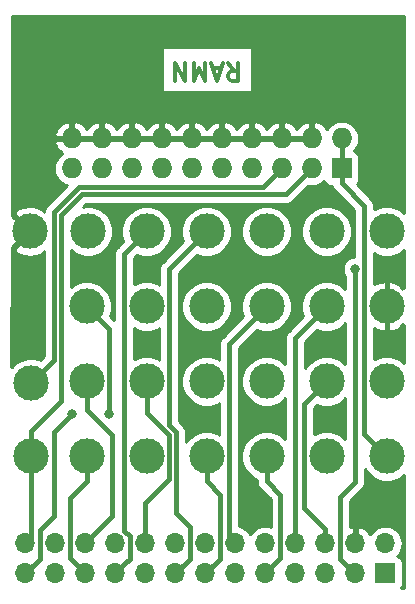
<source format=gbr>
G04 #@! TF.GenerationSoftware,KiCad,Pcbnew,(5.1.4)-1*
G04 #@! TF.CreationDate,2019-12-12T19:58:15+09:00*
G04 #@! TF.ProjectId,microcar_head,6d696372-6f63-4617-925f-686561642e6b,rev?*
G04 #@! TF.SameCoordinates,Original*
G04 #@! TF.FileFunction,Copper,L1,Top*
G04 #@! TF.FilePolarity,Positive*
%FSLAX46Y46*%
G04 Gerber Fmt 4.6, Leading zero omitted, Abs format (unit mm)*
G04 Created by KiCad (PCBNEW (5.1.4)-1) date 2019-12-12 19:58:15*
%MOMM*%
%LPD*%
G04 APERTURE LIST*
%ADD10C,0.300000*%
%ADD11O,1.700000X1.700000*%
%ADD12R,1.700000X1.700000*%
%ADD13O,1.727200X1.727200*%
%ADD14R,1.727200X1.727200*%
%ADD15C,3.000000*%
%ADD16C,0.800000*%
%ADD17C,0.400000*%
%ADD18C,0.254000*%
G04 APERTURE END LIST*
D10*
X38016428Y-20911428D02*
X38516428Y-21625714D01*
X38873571Y-20911428D02*
X38873571Y-22411428D01*
X38302142Y-22411428D01*
X38159285Y-22340000D01*
X38087857Y-22268571D01*
X38016428Y-22125714D01*
X38016428Y-21911428D01*
X38087857Y-21768571D01*
X38159285Y-21697142D01*
X38302142Y-21625714D01*
X38873571Y-21625714D01*
X37445000Y-21340000D02*
X36730714Y-21340000D01*
X37587857Y-20911428D02*
X37087857Y-22411428D01*
X36587857Y-20911428D01*
X36087857Y-20911428D02*
X36087857Y-22411428D01*
X35587857Y-21340000D01*
X35087857Y-22411428D01*
X35087857Y-20911428D01*
X34373571Y-20911428D02*
X34373571Y-22411428D01*
X33516428Y-20911428D01*
X33516428Y-22411428D01*
D11*
X20828000Y-61595000D03*
X20828000Y-64135000D03*
X23368000Y-61595000D03*
X23368000Y-64135000D03*
X25908000Y-61595000D03*
X25908000Y-64135000D03*
X28448000Y-61595000D03*
X28448000Y-64135000D03*
X30988000Y-61595000D03*
X30988000Y-64135000D03*
X33528000Y-61595000D03*
X33528000Y-64135000D03*
X36068000Y-61595000D03*
X36068000Y-64135000D03*
X38608000Y-61595000D03*
X38608000Y-64135000D03*
X41148000Y-61595000D03*
X41148000Y-64135000D03*
X43688000Y-61595000D03*
X43688000Y-64135000D03*
X46228000Y-61595000D03*
X46228000Y-64135000D03*
X48768000Y-61595000D03*
X48768000Y-64135000D03*
X51308000Y-61595000D03*
D12*
X51308000Y-64135000D03*
D13*
X24765000Y-27305000D03*
X24765000Y-29845000D03*
X27305000Y-27305000D03*
X27305000Y-29845000D03*
X29845000Y-27305000D03*
X29845000Y-29845000D03*
X32385000Y-27305000D03*
X32385000Y-29845000D03*
X34925000Y-27305000D03*
X34925000Y-29845000D03*
X37465000Y-27305000D03*
X37465000Y-29845000D03*
X40005000Y-27305000D03*
X40005000Y-29845000D03*
X42545000Y-27305000D03*
X42545000Y-29845000D03*
X45085000Y-27305000D03*
X45085000Y-29845000D03*
X47625000Y-27305000D03*
D14*
X47625000Y-29845000D03*
D15*
X21209000Y-35179000D03*
X31115000Y-54229000D03*
X31115000Y-35179000D03*
X31115000Y-47879000D03*
X36195000Y-41529000D03*
X36195000Y-35179000D03*
X36195000Y-47879000D03*
X36195000Y-54229000D03*
X41275000Y-41529000D03*
X41275000Y-35179000D03*
X31115000Y-41529000D03*
X41275000Y-47879000D03*
X41275000Y-54229000D03*
X46355000Y-41529000D03*
X46355000Y-35179000D03*
X46355000Y-47879000D03*
X46355000Y-54229000D03*
X51435000Y-35179000D03*
X26035000Y-54229000D03*
X21336000Y-54229000D03*
X26035000Y-47879000D03*
X26162000Y-35179000D03*
X21336000Y-48006000D03*
X26035000Y-41529000D03*
X51435000Y-41529000D03*
X51435000Y-47879000D03*
X51435000Y-54229000D03*
D16*
X31115000Y-37719000D03*
X36195000Y-37719000D03*
X41275000Y-37719000D03*
X46355000Y-37719000D03*
X51435000Y-37719000D03*
X51435000Y-44069000D03*
X46355000Y-44069000D03*
X41275000Y-44069000D03*
X36195000Y-44069000D03*
X31115000Y-44069000D03*
X21209000Y-37719000D03*
X21209000Y-41529000D03*
X46355000Y-50419000D03*
X21209000Y-28448000D03*
X51435000Y-28448000D03*
X41275000Y-50419000D03*
X36322000Y-50419000D03*
X26162000Y-37719000D03*
X21209000Y-44069000D03*
X48734999Y-38354000D03*
X24765000Y-50673002D03*
X27935001Y-50677999D03*
D17*
X51435000Y-41529000D02*
X51435000Y-38989000D01*
X51435000Y-44069000D02*
X51435000Y-41529000D01*
X51435000Y-37719000D02*
X51435000Y-41529000D01*
X47625000Y-27305000D02*
X47625000Y-29845000D01*
X49935001Y-52729001D02*
X51435000Y-54229000D01*
X49534999Y-52328999D02*
X49935001Y-52729001D01*
X49534999Y-33018599D02*
X49534999Y-52328999D01*
X47625000Y-31108600D02*
X49534999Y-33018599D01*
X47625000Y-29845000D02*
X47625000Y-31108600D01*
X41275000Y-56350320D02*
X41275000Y-54229000D01*
X42437999Y-57513319D02*
X41275000Y-56350320D01*
X42437999Y-62845001D02*
X42437999Y-57513319D01*
X41148000Y-64135000D02*
X42437999Y-62845001D01*
X44855001Y-43028999D02*
X46355000Y-41529000D01*
X43688000Y-61595000D02*
X43688000Y-44196000D01*
X43688000Y-44196000D02*
X44855001Y-43028999D01*
X44855001Y-49378999D02*
X46355000Y-47879000D01*
X44454999Y-49779001D02*
X44855001Y-49378999D01*
X44454999Y-58619918D02*
X44454999Y-49779001D01*
X46228000Y-60392919D02*
X44454999Y-58619918D01*
X46228000Y-61595000D02*
X46228000Y-60392919D01*
X48768000Y-38387001D02*
X48734999Y-38354000D01*
X48768000Y-56388000D02*
X48768000Y-38387001D01*
X47517999Y-57638001D02*
X48768000Y-56388000D01*
X48768000Y-64135000D02*
X47517999Y-62884999D01*
X47517999Y-62884999D02*
X47517999Y-57638001D01*
X29297999Y-63285001D02*
X28448000Y-64135000D01*
X29698001Y-62884999D02*
X29297999Y-63285001D01*
X29698001Y-60994999D02*
X29698001Y-62884999D01*
X29214999Y-60511997D02*
X29698001Y-60994999D01*
X29214999Y-37079001D02*
X29214999Y-60511997D01*
X31115000Y-35179000D02*
X29214999Y-37079001D01*
X31115000Y-50000320D02*
X31115000Y-47879000D01*
X31115000Y-50546000D02*
X31115000Y-50000320D01*
X33015001Y-52446001D02*
X31115000Y-50546000D01*
X33015001Y-56138999D02*
X33015001Y-52446001D01*
X30988000Y-61595000D02*
X30988000Y-58166000D01*
X30988000Y-58166000D02*
X33015001Y-56138999D01*
X34695001Y-36678999D02*
X36195000Y-35179000D01*
X33020000Y-38354000D02*
X34695001Y-36678999D01*
X34778001Y-62884999D02*
X34778001Y-60178001D01*
X33528000Y-64135000D02*
X34778001Y-62884999D01*
X34778001Y-60178001D02*
X33615012Y-59015012D01*
X33615012Y-59015012D02*
X33615012Y-52197469D01*
X33615012Y-52197469D02*
X33020000Y-51602457D01*
X33020000Y-51602457D02*
X33020000Y-38354000D01*
X36195000Y-56350320D02*
X36195000Y-54229000D01*
X37318001Y-57473321D02*
X36195000Y-56350320D01*
X37318001Y-62884999D02*
X37318001Y-57473321D01*
X36068000Y-64135000D02*
X37318001Y-62884999D01*
X38100000Y-44704000D02*
X41275000Y-41529000D01*
X38608000Y-61595000D02*
X38100000Y-61087000D01*
X38100000Y-61087000D02*
X38100000Y-44704000D01*
X21336000Y-61087000D02*
X20828000Y-61595000D01*
X21336000Y-54229000D02*
X21336000Y-61087000D01*
X21336000Y-52107680D02*
X21336000Y-54229000D01*
X23876000Y-49567680D02*
X21336000Y-52107680D01*
X23876000Y-33782000D02*
X23876000Y-49567680D01*
X25654000Y-32004000D02*
X23876000Y-33782000D01*
X45085000Y-29845000D02*
X42926000Y-32004000D01*
X42926000Y-32004000D02*
X25654000Y-32004000D01*
X23275989Y-46066011D02*
X22835999Y-46506001D01*
X22835999Y-46506001D02*
X21336000Y-48006000D01*
X40986011Y-31403989D02*
X25405468Y-31403989D01*
X42545000Y-29845000D02*
X40986011Y-31403989D01*
X23275989Y-33533468D02*
X23275989Y-46066011D01*
X25405468Y-31403989D02*
X23275989Y-33533468D01*
X26035000Y-56350320D02*
X26035000Y-54229000D01*
X24618001Y-57767319D02*
X26035000Y-56350320D01*
X24618001Y-62845001D02*
X24618001Y-57767319D01*
X25908000Y-64135000D02*
X24618001Y-62845001D01*
X23236001Y-52202001D02*
X24365001Y-51073001D01*
X22078001Y-60471999D02*
X23236001Y-59313999D01*
X23236001Y-59313999D02*
X23236001Y-52202001D01*
X24365001Y-51073001D02*
X24765000Y-50673002D01*
X22078001Y-62884999D02*
X22078001Y-60471999D01*
X20828000Y-64135000D02*
X22078001Y-62884999D01*
X27935001Y-43429001D02*
X27935001Y-50668001D01*
X26035000Y-41529000D02*
X27935001Y-43429001D01*
X26757999Y-60745001D02*
X25908000Y-61595000D01*
X28194000Y-59309000D02*
X26757999Y-60745001D01*
X28194000Y-52451000D02*
X28194000Y-59309000D01*
X26035000Y-50292000D02*
X28194000Y-52451000D01*
X26035000Y-47879000D02*
X26035000Y-50292000D01*
D18*
G36*
X49776637Y-55589983D02*
G01*
X50074017Y-55887363D01*
X50423698Y-56121012D01*
X50812244Y-56281953D01*
X51224721Y-56364000D01*
X51645279Y-56364000D01*
X52057756Y-56281953D01*
X52446302Y-56121012D01*
X52795983Y-55887363D01*
X52883001Y-55800345D01*
X52883001Y-65380000D01*
X52655295Y-65380000D01*
X52688537Y-65339494D01*
X52747502Y-65229180D01*
X52783812Y-65109482D01*
X52796072Y-64985000D01*
X52796072Y-63285000D01*
X52783812Y-63160518D01*
X52747502Y-63040820D01*
X52688537Y-62930506D01*
X52609185Y-62833815D01*
X52512494Y-62754463D01*
X52402180Y-62695498D01*
X52333313Y-62674607D01*
X52363134Y-62650134D01*
X52548706Y-62424014D01*
X52686599Y-62166034D01*
X52771513Y-61886111D01*
X52800185Y-61595000D01*
X52771513Y-61303889D01*
X52686599Y-61023966D01*
X52548706Y-60765986D01*
X52363134Y-60539866D01*
X52137014Y-60354294D01*
X51879034Y-60216401D01*
X51599111Y-60131487D01*
X51380950Y-60110000D01*
X51235050Y-60110000D01*
X51016889Y-60131487D01*
X50736966Y-60216401D01*
X50478986Y-60354294D01*
X50252866Y-60539866D01*
X50067294Y-60765986D01*
X50032799Y-60830523D01*
X49963178Y-60713645D01*
X49768269Y-60497412D01*
X49534920Y-60323359D01*
X49272099Y-60198175D01*
X49124890Y-60153524D01*
X48895000Y-60274845D01*
X48895000Y-61468000D01*
X48915000Y-61468000D01*
X48915000Y-61722000D01*
X48895000Y-61722000D01*
X48895000Y-61742000D01*
X48641000Y-61742000D01*
X48641000Y-61722000D01*
X48621000Y-61722000D01*
X48621000Y-61468000D01*
X48641000Y-61468000D01*
X48641000Y-60274845D01*
X48411110Y-60153524D01*
X48352999Y-60171150D01*
X48352999Y-57983868D01*
X49329428Y-57007440D01*
X49361291Y-56981291D01*
X49465636Y-56854146D01*
X49543172Y-56709087D01*
X49590918Y-56551689D01*
X49603000Y-56429019D01*
X49603000Y-56429009D01*
X49607039Y-56388001D01*
X49603000Y-56346993D01*
X49603000Y-55330116D01*
X49776637Y-55589983D01*
X49776637Y-55589983D01*
G37*
X49776637Y-55589983D02*
X50074017Y-55887363D01*
X50423698Y-56121012D01*
X50812244Y-56281953D01*
X51224721Y-56364000D01*
X51645279Y-56364000D01*
X52057756Y-56281953D01*
X52446302Y-56121012D01*
X52795983Y-55887363D01*
X52883001Y-55800345D01*
X52883001Y-65380000D01*
X52655295Y-65380000D01*
X52688537Y-65339494D01*
X52747502Y-65229180D01*
X52783812Y-65109482D01*
X52796072Y-64985000D01*
X52796072Y-63285000D01*
X52783812Y-63160518D01*
X52747502Y-63040820D01*
X52688537Y-62930506D01*
X52609185Y-62833815D01*
X52512494Y-62754463D01*
X52402180Y-62695498D01*
X52333313Y-62674607D01*
X52363134Y-62650134D01*
X52548706Y-62424014D01*
X52686599Y-62166034D01*
X52771513Y-61886111D01*
X52800185Y-61595000D01*
X52771513Y-61303889D01*
X52686599Y-61023966D01*
X52548706Y-60765986D01*
X52363134Y-60539866D01*
X52137014Y-60354294D01*
X51879034Y-60216401D01*
X51599111Y-60131487D01*
X51380950Y-60110000D01*
X51235050Y-60110000D01*
X51016889Y-60131487D01*
X50736966Y-60216401D01*
X50478986Y-60354294D01*
X50252866Y-60539866D01*
X50067294Y-60765986D01*
X50032799Y-60830523D01*
X49963178Y-60713645D01*
X49768269Y-60497412D01*
X49534920Y-60323359D01*
X49272099Y-60198175D01*
X49124890Y-60153524D01*
X48895000Y-60274845D01*
X48895000Y-61468000D01*
X48915000Y-61468000D01*
X48915000Y-61722000D01*
X48895000Y-61722000D01*
X48895000Y-61742000D01*
X48641000Y-61742000D01*
X48641000Y-61722000D01*
X48621000Y-61722000D01*
X48621000Y-61468000D01*
X48641000Y-61468000D01*
X48641000Y-60274845D01*
X48411110Y-60153524D01*
X48352999Y-60171150D01*
X48352999Y-57983868D01*
X49329428Y-57007440D01*
X49361291Y-56981291D01*
X49465636Y-56854146D01*
X49543172Y-56709087D01*
X49590918Y-56551689D01*
X49603000Y-56429019D01*
X49603000Y-56429009D01*
X49607039Y-56388001D01*
X49603000Y-56346993D01*
X49603000Y-55330116D01*
X49776637Y-55589983D01*
G36*
X46171898Y-30952780D02*
G01*
X46230863Y-31063094D01*
X46310215Y-31159785D01*
X46406906Y-31239137D01*
X46517220Y-31298102D01*
X46636918Y-31334412D01*
X46761400Y-31346672D01*
X46824646Y-31346672D01*
X46849828Y-31429686D01*
X46923587Y-31567678D01*
X46927365Y-31574746D01*
X47031710Y-31701891D01*
X47063574Y-31728041D01*
X48699999Y-33364467D01*
X48699999Y-37319000D01*
X48633060Y-37319000D01*
X48433101Y-37358774D01*
X48244743Y-37436795D01*
X48075225Y-37550063D01*
X47931062Y-37694226D01*
X47817794Y-37863744D01*
X47739773Y-38052102D01*
X47699999Y-38252061D01*
X47699999Y-38455939D01*
X47739773Y-38655898D01*
X47817794Y-38844256D01*
X47931062Y-39013774D01*
X47933001Y-39015713D01*
X47933001Y-40087655D01*
X47715983Y-39870637D01*
X47366302Y-39636988D01*
X46977756Y-39476047D01*
X46565279Y-39394000D01*
X46144721Y-39394000D01*
X45732244Y-39476047D01*
X45343698Y-39636988D01*
X44994017Y-39870637D01*
X44696637Y-40168017D01*
X44462988Y-40517698D01*
X44302047Y-40906244D01*
X44220000Y-41318721D01*
X44220000Y-41739279D01*
X44302047Y-42151756D01*
X44375074Y-42328059D01*
X44293582Y-42409551D01*
X44293571Y-42409560D01*
X43126574Y-43576559D01*
X43094710Y-43602709D01*
X43057182Y-43648437D01*
X42990364Y-43729855D01*
X42912828Y-43874914D01*
X42865082Y-44032312D01*
X42848960Y-44196000D01*
X42853001Y-44237029D01*
X42853001Y-46437655D01*
X42635983Y-46220637D01*
X42286302Y-45986988D01*
X41897756Y-45826047D01*
X41485279Y-45744000D01*
X41064721Y-45744000D01*
X40652244Y-45826047D01*
X40263698Y-45986988D01*
X39914017Y-46220637D01*
X39616637Y-46518017D01*
X39382988Y-46867698D01*
X39222047Y-47256244D01*
X39140000Y-47668721D01*
X39140000Y-48089279D01*
X39222047Y-48501756D01*
X39382988Y-48890302D01*
X39616637Y-49239983D01*
X39914017Y-49537363D01*
X40263698Y-49771012D01*
X40652244Y-49931953D01*
X41064721Y-50014000D01*
X41485279Y-50014000D01*
X41897756Y-49931953D01*
X42286302Y-49771012D01*
X42635983Y-49537363D01*
X42853001Y-49320345D01*
X42853001Y-52787655D01*
X42635983Y-52570637D01*
X42286302Y-52336988D01*
X41897756Y-52176047D01*
X41485279Y-52094000D01*
X41064721Y-52094000D01*
X40652244Y-52176047D01*
X40263698Y-52336988D01*
X39914017Y-52570637D01*
X39616637Y-52868017D01*
X39382988Y-53217698D01*
X39222047Y-53606244D01*
X39140000Y-54018721D01*
X39140000Y-54439279D01*
X39222047Y-54851756D01*
X39382988Y-55240302D01*
X39616637Y-55589983D01*
X39914017Y-55887363D01*
X40263698Y-56121012D01*
X40440000Y-56194039D01*
X40440000Y-56309301D01*
X40435960Y-56350320D01*
X40440000Y-56391338D01*
X40452082Y-56514008D01*
X40499828Y-56671406D01*
X40577364Y-56816465D01*
X40681709Y-56943611D01*
X40713578Y-56969765D01*
X41603000Y-57859188D01*
X41602999Y-60181202D01*
X41439111Y-60131487D01*
X41220950Y-60110000D01*
X41075050Y-60110000D01*
X40856889Y-60131487D01*
X40576966Y-60216401D01*
X40318986Y-60354294D01*
X40092866Y-60539866D01*
X39907294Y-60765986D01*
X39878000Y-60820791D01*
X39848706Y-60765986D01*
X39663134Y-60539866D01*
X39437014Y-60354294D01*
X39179034Y-60216401D01*
X38935000Y-60142374D01*
X38935000Y-45049867D01*
X40475941Y-43508926D01*
X40652244Y-43581953D01*
X41064721Y-43664000D01*
X41485279Y-43664000D01*
X41897756Y-43581953D01*
X42286302Y-43421012D01*
X42635983Y-43187363D01*
X42933363Y-42889983D01*
X43167012Y-42540302D01*
X43327953Y-42151756D01*
X43410000Y-41739279D01*
X43410000Y-41318721D01*
X43327953Y-40906244D01*
X43167012Y-40517698D01*
X42933363Y-40168017D01*
X42635983Y-39870637D01*
X42286302Y-39636988D01*
X41897756Y-39476047D01*
X41485279Y-39394000D01*
X41064721Y-39394000D01*
X40652244Y-39476047D01*
X40263698Y-39636988D01*
X39914017Y-39870637D01*
X39616637Y-40168017D01*
X39382988Y-40517698D01*
X39222047Y-40906244D01*
X39140000Y-41318721D01*
X39140000Y-41739279D01*
X39222047Y-42151756D01*
X39295074Y-42328059D01*
X37538574Y-44084559D01*
X37506710Y-44110709D01*
X37480562Y-44142571D01*
X37402364Y-44237855D01*
X37324828Y-44382914D01*
X37277082Y-44540312D01*
X37260960Y-44704000D01*
X37265001Y-44745029D01*
X37265001Y-46026209D01*
X37206302Y-45986988D01*
X36817756Y-45826047D01*
X36405279Y-45744000D01*
X35984721Y-45744000D01*
X35572244Y-45826047D01*
X35183698Y-45986988D01*
X34834017Y-46220637D01*
X34536637Y-46518017D01*
X34302988Y-46867698D01*
X34142047Y-47256244D01*
X34060000Y-47668721D01*
X34060000Y-48089279D01*
X34142047Y-48501756D01*
X34302988Y-48890302D01*
X34536637Y-49239983D01*
X34834017Y-49537363D01*
X35183698Y-49771012D01*
X35572244Y-49931953D01*
X35984721Y-50014000D01*
X36405279Y-50014000D01*
X36817756Y-49931953D01*
X37206302Y-49771012D01*
X37265001Y-49731791D01*
X37265001Y-52376209D01*
X37206302Y-52336988D01*
X36817756Y-52176047D01*
X36405279Y-52094000D01*
X35984721Y-52094000D01*
X35572244Y-52176047D01*
X35183698Y-52336988D01*
X34834017Y-52570637D01*
X34536637Y-52868017D01*
X34450012Y-52997661D01*
X34450012Y-52238487D01*
X34454052Y-52197468D01*
X34437930Y-52033780D01*
X34390184Y-51876382D01*
X34312648Y-51731323D01*
X34280737Y-51692439D01*
X34208303Y-51604178D01*
X34176438Y-51578027D01*
X33855000Y-51256590D01*
X33855000Y-41318721D01*
X34060000Y-41318721D01*
X34060000Y-41739279D01*
X34142047Y-42151756D01*
X34302988Y-42540302D01*
X34536637Y-42889983D01*
X34834017Y-43187363D01*
X35183698Y-43421012D01*
X35572244Y-43581953D01*
X35984721Y-43664000D01*
X36405279Y-43664000D01*
X36817756Y-43581953D01*
X37206302Y-43421012D01*
X37555983Y-43187363D01*
X37853363Y-42889983D01*
X38087012Y-42540302D01*
X38247953Y-42151756D01*
X38330000Y-41739279D01*
X38330000Y-41318721D01*
X38247953Y-40906244D01*
X38087012Y-40517698D01*
X37853363Y-40168017D01*
X37555983Y-39870637D01*
X37206302Y-39636988D01*
X36817756Y-39476047D01*
X36405279Y-39394000D01*
X35984721Y-39394000D01*
X35572244Y-39476047D01*
X35183698Y-39636988D01*
X34834017Y-39870637D01*
X34536637Y-40168017D01*
X34302988Y-40517698D01*
X34142047Y-40906244D01*
X34060000Y-41318721D01*
X33855000Y-41318721D01*
X33855000Y-38699867D01*
X35314439Y-37240429D01*
X35314443Y-37240424D01*
X35395941Y-37158926D01*
X35572244Y-37231953D01*
X35984721Y-37314000D01*
X36405279Y-37314000D01*
X36817756Y-37231953D01*
X37206302Y-37071012D01*
X37555983Y-36837363D01*
X37853363Y-36539983D01*
X38087012Y-36190302D01*
X38247953Y-35801756D01*
X38330000Y-35389279D01*
X38330000Y-34968721D01*
X39140000Y-34968721D01*
X39140000Y-35389279D01*
X39222047Y-35801756D01*
X39382988Y-36190302D01*
X39616637Y-36539983D01*
X39914017Y-36837363D01*
X40263698Y-37071012D01*
X40652244Y-37231953D01*
X41064721Y-37314000D01*
X41485279Y-37314000D01*
X41897756Y-37231953D01*
X42286302Y-37071012D01*
X42635983Y-36837363D01*
X42933363Y-36539983D01*
X43167012Y-36190302D01*
X43327953Y-35801756D01*
X43410000Y-35389279D01*
X43410000Y-34968721D01*
X44220000Y-34968721D01*
X44220000Y-35389279D01*
X44302047Y-35801756D01*
X44462988Y-36190302D01*
X44696637Y-36539983D01*
X44994017Y-36837363D01*
X45343698Y-37071012D01*
X45732244Y-37231953D01*
X46144721Y-37314000D01*
X46565279Y-37314000D01*
X46977756Y-37231953D01*
X47366302Y-37071012D01*
X47715983Y-36837363D01*
X48013363Y-36539983D01*
X48247012Y-36190302D01*
X48407953Y-35801756D01*
X48490000Y-35389279D01*
X48490000Y-34968721D01*
X48407953Y-34556244D01*
X48247012Y-34167698D01*
X48013363Y-33818017D01*
X47715983Y-33520637D01*
X47366302Y-33286988D01*
X46977756Y-33126047D01*
X46565279Y-33044000D01*
X46144721Y-33044000D01*
X45732244Y-33126047D01*
X45343698Y-33286988D01*
X44994017Y-33520637D01*
X44696637Y-33818017D01*
X44462988Y-34167698D01*
X44302047Y-34556244D01*
X44220000Y-34968721D01*
X43410000Y-34968721D01*
X43327953Y-34556244D01*
X43167012Y-34167698D01*
X42933363Y-33818017D01*
X42635983Y-33520637D01*
X42286302Y-33286988D01*
X41897756Y-33126047D01*
X41485279Y-33044000D01*
X41064721Y-33044000D01*
X40652244Y-33126047D01*
X40263698Y-33286988D01*
X39914017Y-33520637D01*
X39616637Y-33818017D01*
X39382988Y-34167698D01*
X39222047Y-34556244D01*
X39140000Y-34968721D01*
X38330000Y-34968721D01*
X38247953Y-34556244D01*
X38087012Y-34167698D01*
X37853363Y-33818017D01*
X37555983Y-33520637D01*
X37206302Y-33286988D01*
X36817756Y-33126047D01*
X36405279Y-33044000D01*
X35984721Y-33044000D01*
X35572244Y-33126047D01*
X35183698Y-33286988D01*
X34834017Y-33520637D01*
X34536637Y-33818017D01*
X34302988Y-34167698D01*
X34142047Y-34556244D01*
X34060000Y-34968721D01*
X34060000Y-35389279D01*
X34142047Y-35801756D01*
X34215074Y-35978059D01*
X34133576Y-36059557D01*
X34133571Y-36059561D01*
X32458574Y-37734559D01*
X32426710Y-37760709D01*
X32350006Y-37854173D01*
X32322364Y-37887855D01*
X32244828Y-38032914D01*
X32197082Y-38190312D01*
X32180960Y-38354000D01*
X32185001Y-38395029D01*
X32185001Y-39676209D01*
X32126302Y-39636988D01*
X31737756Y-39476047D01*
X31325279Y-39394000D01*
X30904721Y-39394000D01*
X30492244Y-39476047D01*
X30103698Y-39636988D01*
X30049999Y-39672868D01*
X30049999Y-37424868D01*
X30315941Y-37158926D01*
X30492244Y-37231953D01*
X30904721Y-37314000D01*
X31325279Y-37314000D01*
X31737756Y-37231953D01*
X32126302Y-37071012D01*
X32475983Y-36837363D01*
X32773363Y-36539983D01*
X33007012Y-36190302D01*
X33167953Y-35801756D01*
X33250000Y-35389279D01*
X33250000Y-34968721D01*
X33167953Y-34556244D01*
X33007012Y-34167698D01*
X32773363Y-33818017D01*
X32475983Y-33520637D01*
X32126302Y-33286988D01*
X31737756Y-33126047D01*
X31325279Y-33044000D01*
X30904721Y-33044000D01*
X30492244Y-33126047D01*
X30103698Y-33286988D01*
X29754017Y-33520637D01*
X29456637Y-33818017D01*
X29222988Y-34167698D01*
X29062047Y-34556244D01*
X28980000Y-34968721D01*
X28980000Y-35389279D01*
X29062047Y-35801756D01*
X29135074Y-35978059D01*
X28653578Y-36459555D01*
X28621708Y-36485710D01*
X28517364Y-36612855D01*
X28517363Y-36612856D01*
X28439827Y-36757915D01*
X28392081Y-36915313D01*
X28375959Y-37079001D01*
X28379999Y-37120019D01*
X28379999Y-42693131D01*
X28014926Y-42328058D01*
X28087953Y-42151756D01*
X28170000Y-41739279D01*
X28170000Y-41318721D01*
X28087953Y-40906244D01*
X27927012Y-40517698D01*
X27693363Y-40168017D01*
X27395983Y-39870637D01*
X27046302Y-39636988D01*
X26657756Y-39476047D01*
X26245279Y-39394000D01*
X25824721Y-39394000D01*
X25412244Y-39476047D01*
X25023698Y-39636988D01*
X24711000Y-39845926D01*
X24711000Y-36747346D01*
X24801017Y-36837363D01*
X25150698Y-37071012D01*
X25539244Y-37231953D01*
X25951721Y-37314000D01*
X26372279Y-37314000D01*
X26784756Y-37231953D01*
X27173302Y-37071012D01*
X27522983Y-36837363D01*
X27820363Y-36539983D01*
X28054012Y-36190302D01*
X28214953Y-35801756D01*
X28297000Y-35389279D01*
X28297000Y-34968721D01*
X28214953Y-34556244D01*
X28054012Y-34167698D01*
X27820363Y-33818017D01*
X27522983Y-33520637D01*
X27173302Y-33286988D01*
X26784756Y-33126047D01*
X26372279Y-33044000D01*
X25951721Y-33044000D01*
X25755921Y-33082947D01*
X25999869Y-32839000D01*
X42884982Y-32839000D01*
X42926000Y-32843040D01*
X42967018Y-32839000D01*
X42967019Y-32839000D01*
X43089689Y-32826918D01*
X43247087Y-32779172D01*
X43392146Y-32701636D01*
X43519291Y-32597291D01*
X43545446Y-32565421D01*
X44789480Y-31321387D01*
X44791223Y-31321916D01*
X45011381Y-31343600D01*
X45158619Y-31343600D01*
X45378777Y-31321916D01*
X45661264Y-31236225D01*
X45921606Y-31097069D01*
X46149797Y-30909797D01*
X46156414Y-30901735D01*
X46171898Y-30952780D01*
X46171898Y-30952780D01*
G37*
X46171898Y-30952780D02*
X46230863Y-31063094D01*
X46310215Y-31159785D01*
X46406906Y-31239137D01*
X46517220Y-31298102D01*
X46636918Y-31334412D01*
X46761400Y-31346672D01*
X46824646Y-31346672D01*
X46849828Y-31429686D01*
X46923587Y-31567678D01*
X46927365Y-31574746D01*
X47031710Y-31701891D01*
X47063574Y-31728041D01*
X48699999Y-33364467D01*
X48699999Y-37319000D01*
X48633060Y-37319000D01*
X48433101Y-37358774D01*
X48244743Y-37436795D01*
X48075225Y-37550063D01*
X47931062Y-37694226D01*
X47817794Y-37863744D01*
X47739773Y-38052102D01*
X47699999Y-38252061D01*
X47699999Y-38455939D01*
X47739773Y-38655898D01*
X47817794Y-38844256D01*
X47931062Y-39013774D01*
X47933001Y-39015713D01*
X47933001Y-40087655D01*
X47715983Y-39870637D01*
X47366302Y-39636988D01*
X46977756Y-39476047D01*
X46565279Y-39394000D01*
X46144721Y-39394000D01*
X45732244Y-39476047D01*
X45343698Y-39636988D01*
X44994017Y-39870637D01*
X44696637Y-40168017D01*
X44462988Y-40517698D01*
X44302047Y-40906244D01*
X44220000Y-41318721D01*
X44220000Y-41739279D01*
X44302047Y-42151756D01*
X44375074Y-42328059D01*
X44293582Y-42409551D01*
X44293571Y-42409560D01*
X43126574Y-43576559D01*
X43094710Y-43602709D01*
X43057182Y-43648437D01*
X42990364Y-43729855D01*
X42912828Y-43874914D01*
X42865082Y-44032312D01*
X42848960Y-44196000D01*
X42853001Y-44237029D01*
X42853001Y-46437655D01*
X42635983Y-46220637D01*
X42286302Y-45986988D01*
X41897756Y-45826047D01*
X41485279Y-45744000D01*
X41064721Y-45744000D01*
X40652244Y-45826047D01*
X40263698Y-45986988D01*
X39914017Y-46220637D01*
X39616637Y-46518017D01*
X39382988Y-46867698D01*
X39222047Y-47256244D01*
X39140000Y-47668721D01*
X39140000Y-48089279D01*
X39222047Y-48501756D01*
X39382988Y-48890302D01*
X39616637Y-49239983D01*
X39914017Y-49537363D01*
X40263698Y-49771012D01*
X40652244Y-49931953D01*
X41064721Y-50014000D01*
X41485279Y-50014000D01*
X41897756Y-49931953D01*
X42286302Y-49771012D01*
X42635983Y-49537363D01*
X42853001Y-49320345D01*
X42853001Y-52787655D01*
X42635983Y-52570637D01*
X42286302Y-52336988D01*
X41897756Y-52176047D01*
X41485279Y-52094000D01*
X41064721Y-52094000D01*
X40652244Y-52176047D01*
X40263698Y-52336988D01*
X39914017Y-52570637D01*
X39616637Y-52868017D01*
X39382988Y-53217698D01*
X39222047Y-53606244D01*
X39140000Y-54018721D01*
X39140000Y-54439279D01*
X39222047Y-54851756D01*
X39382988Y-55240302D01*
X39616637Y-55589983D01*
X39914017Y-55887363D01*
X40263698Y-56121012D01*
X40440000Y-56194039D01*
X40440000Y-56309301D01*
X40435960Y-56350320D01*
X40440000Y-56391338D01*
X40452082Y-56514008D01*
X40499828Y-56671406D01*
X40577364Y-56816465D01*
X40681709Y-56943611D01*
X40713578Y-56969765D01*
X41603000Y-57859188D01*
X41602999Y-60181202D01*
X41439111Y-60131487D01*
X41220950Y-60110000D01*
X41075050Y-60110000D01*
X40856889Y-60131487D01*
X40576966Y-60216401D01*
X40318986Y-60354294D01*
X40092866Y-60539866D01*
X39907294Y-60765986D01*
X39878000Y-60820791D01*
X39848706Y-60765986D01*
X39663134Y-60539866D01*
X39437014Y-60354294D01*
X39179034Y-60216401D01*
X38935000Y-60142374D01*
X38935000Y-45049867D01*
X40475941Y-43508926D01*
X40652244Y-43581953D01*
X41064721Y-43664000D01*
X41485279Y-43664000D01*
X41897756Y-43581953D01*
X42286302Y-43421012D01*
X42635983Y-43187363D01*
X42933363Y-42889983D01*
X43167012Y-42540302D01*
X43327953Y-42151756D01*
X43410000Y-41739279D01*
X43410000Y-41318721D01*
X43327953Y-40906244D01*
X43167012Y-40517698D01*
X42933363Y-40168017D01*
X42635983Y-39870637D01*
X42286302Y-39636988D01*
X41897756Y-39476047D01*
X41485279Y-39394000D01*
X41064721Y-39394000D01*
X40652244Y-39476047D01*
X40263698Y-39636988D01*
X39914017Y-39870637D01*
X39616637Y-40168017D01*
X39382988Y-40517698D01*
X39222047Y-40906244D01*
X39140000Y-41318721D01*
X39140000Y-41739279D01*
X39222047Y-42151756D01*
X39295074Y-42328059D01*
X37538574Y-44084559D01*
X37506710Y-44110709D01*
X37480562Y-44142571D01*
X37402364Y-44237855D01*
X37324828Y-44382914D01*
X37277082Y-44540312D01*
X37260960Y-44704000D01*
X37265001Y-44745029D01*
X37265001Y-46026209D01*
X37206302Y-45986988D01*
X36817756Y-45826047D01*
X36405279Y-45744000D01*
X35984721Y-45744000D01*
X35572244Y-45826047D01*
X35183698Y-45986988D01*
X34834017Y-46220637D01*
X34536637Y-46518017D01*
X34302988Y-46867698D01*
X34142047Y-47256244D01*
X34060000Y-47668721D01*
X34060000Y-48089279D01*
X34142047Y-48501756D01*
X34302988Y-48890302D01*
X34536637Y-49239983D01*
X34834017Y-49537363D01*
X35183698Y-49771012D01*
X35572244Y-49931953D01*
X35984721Y-50014000D01*
X36405279Y-50014000D01*
X36817756Y-49931953D01*
X37206302Y-49771012D01*
X37265001Y-49731791D01*
X37265001Y-52376209D01*
X37206302Y-52336988D01*
X36817756Y-52176047D01*
X36405279Y-52094000D01*
X35984721Y-52094000D01*
X35572244Y-52176047D01*
X35183698Y-52336988D01*
X34834017Y-52570637D01*
X34536637Y-52868017D01*
X34450012Y-52997661D01*
X34450012Y-52238487D01*
X34454052Y-52197468D01*
X34437930Y-52033780D01*
X34390184Y-51876382D01*
X34312648Y-51731323D01*
X34280737Y-51692439D01*
X34208303Y-51604178D01*
X34176438Y-51578027D01*
X33855000Y-51256590D01*
X33855000Y-41318721D01*
X34060000Y-41318721D01*
X34060000Y-41739279D01*
X34142047Y-42151756D01*
X34302988Y-42540302D01*
X34536637Y-42889983D01*
X34834017Y-43187363D01*
X35183698Y-43421012D01*
X35572244Y-43581953D01*
X35984721Y-43664000D01*
X36405279Y-43664000D01*
X36817756Y-43581953D01*
X37206302Y-43421012D01*
X37555983Y-43187363D01*
X37853363Y-42889983D01*
X38087012Y-42540302D01*
X38247953Y-42151756D01*
X38330000Y-41739279D01*
X38330000Y-41318721D01*
X38247953Y-40906244D01*
X38087012Y-40517698D01*
X37853363Y-40168017D01*
X37555983Y-39870637D01*
X37206302Y-39636988D01*
X36817756Y-39476047D01*
X36405279Y-39394000D01*
X35984721Y-39394000D01*
X35572244Y-39476047D01*
X35183698Y-39636988D01*
X34834017Y-39870637D01*
X34536637Y-40168017D01*
X34302988Y-40517698D01*
X34142047Y-40906244D01*
X34060000Y-41318721D01*
X33855000Y-41318721D01*
X33855000Y-38699867D01*
X35314439Y-37240429D01*
X35314443Y-37240424D01*
X35395941Y-37158926D01*
X35572244Y-37231953D01*
X35984721Y-37314000D01*
X36405279Y-37314000D01*
X36817756Y-37231953D01*
X37206302Y-37071012D01*
X37555983Y-36837363D01*
X37853363Y-36539983D01*
X38087012Y-36190302D01*
X38247953Y-35801756D01*
X38330000Y-35389279D01*
X38330000Y-34968721D01*
X39140000Y-34968721D01*
X39140000Y-35389279D01*
X39222047Y-35801756D01*
X39382988Y-36190302D01*
X39616637Y-36539983D01*
X39914017Y-36837363D01*
X40263698Y-37071012D01*
X40652244Y-37231953D01*
X41064721Y-37314000D01*
X41485279Y-37314000D01*
X41897756Y-37231953D01*
X42286302Y-37071012D01*
X42635983Y-36837363D01*
X42933363Y-36539983D01*
X43167012Y-36190302D01*
X43327953Y-35801756D01*
X43410000Y-35389279D01*
X43410000Y-34968721D01*
X44220000Y-34968721D01*
X44220000Y-35389279D01*
X44302047Y-35801756D01*
X44462988Y-36190302D01*
X44696637Y-36539983D01*
X44994017Y-36837363D01*
X45343698Y-37071012D01*
X45732244Y-37231953D01*
X46144721Y-37314000D01*
X46565279Y-37314000D01*
X46977756Y-37231953D01*
X47366302Y-37071012D01*
X47715983Y-36837363D01*
X48013363Y-36539983D01*
X48247012Y-36190302D01*
X48407953Y-35801756D01*
X48490000Y-35389279D01*
X48490000Y-34968721D01*
X48407953Y-34556244D01*
X48247012Y-34167698D01*
X48013363Y-33818017D01*
X47715983Y-33520637D01*
X47366302Y-33286988D01*
X46977756Y-33126047D01*
X46565279Y-33044000D01*
X46144721Y-33044000D01*
X45732244Y-33126047D01*
X45343698Y-33286988D01*
X44994017Y-33520637D01*
X44696637Y-33818017D01*
X44462988Y-34167698D01*
X44302047Y-34556244D01*
X44220000Y-34968721D01*
X43410000Y-34968721D01*
X43327953Y-34556244D01*
X43167012Y-34167698D01*
X42933363Y-33818017D01*
X42635983Y-33520637D01*
X42286302Y-33286988D01*
X41897756Y-33126047D01*
X41485279Y-33044000D01*
X41064721Y-33044000D01*
X40652244Y-33126047D01*
X40263698Y-33286988D01*
X39914017Y-33520637D01*
X39616637Y-33818017D01*
X39382988Y-34167698D01*
X39222047Y-34556244D01*
X39140000Y-34968721D01*
X38330000Y-34968721D01*
X38247953Y-34556244D01*
X38087012Y-34167698D01*
X37853363Y-33818017D01*
X37555983Y-33520637D01*
X37206302Y-33286988D01*
X36817756Y-33126047D01*
X36405279Y-33044000D01*
X35984721Y-33044000D01*
X35572244Y-33126047D01*
X35183698Y-33286988D01*
X34834017Y-33520637D01*
X34536637Y-33818017D01*
X34302988Y-34167698D01*
X34142047Y-34556244D01*
X34060000Y-34968721D01*
X34060000Y-35389279D01*
X34142047Y-35801756D01*
X34215074Y-35978059D01*
X34133576Y-36059557D01*
X34133571Y-36059561D01*
X32458574Y-37734559D01*
X32426710Y-37760709D01*
X32350006Y-37854173D01*
X32322364Y-37887855D01*
X32244828Y-38032914D01*
X32197082Y-38190312D01*
X32180960Y-38354000D01*
X32185001Y-38395029D01*
X32185001Y-39676209D01*
X32126302Y-39636988D01*
X31737756Y-39476047D01*
X31325279Y-39394000D01*
X30904721Y-39394000D01*
X30492244Y-39476047D01*
X30103698Y-39636988D01*
X30049999Y-39672868D01*
X30049999Y-37424868D01*
X30315941Y-37158926D01*
X30492244Y-37231953D01*
X30904721Y-37314000D01*
X31325279Y-37314000D01*
X31737756Y-37231953D01*
X32126302Y-37071012D01*
X32475983Y-36837363D01*
X32773363Y-36539983D01*
X33007012Y-36190302D01*
X33167953Y-35801756D01*
X33250000Y-35389279D01*
X33250000Y-34968721D01*
X33167953Y-34556244D01*
X33007012Y-34167698D01*
X32773363Y-33818017D01*
X32475983Y-33520637D01*
X32126302Y-33286988D01*
X31737756Y-33126047D01*
X31325279Y-33044000D01*
X30904721Y-33044000D01*
X30492244Y-33126047D01*
X30103698Y-33286988D01*
X29754017Y-33520637D01*
X29456637Y-33818017D01*
X29222988Y-34167698D01*
X29062047Y-34556244D01*
X28980000Y-34968721D01*
X28980000Y-35389279D01*
X29062047Y-35801756D01*
X29135074Y-35978059D01*
X28653578Y-36459555D01*
X28621708Y-36485710D01*
X28517364Y-36612855D01*
X28517363Y-36612856D01*
X28439827Y-36757915D01*
X28392081Y-36915313D01*
X28375959Y-37079001D01*
X28379999Y-37120019D01*
X28379999Y-42693131D01*
X28014926Y-42328058D01*
X28087953Y-42151756D01*
X28170000Y-41739279D01*
X28170000Y-41318721D01*
X28087953Y-40906244D01*
X27927012Y-40517698D01*
X27693363Y-40168017D01*
X27395983Y-39870637D01*
X27046302Y-39636988D01*
X26657756Y-39476047D01*
X26245279Y-39394000D01*
X25824721Y-39394000D01*
X25412244Y-39476047D01*
X25023698Y-39636988D01*
X24711000Y-39845926D01*
X24711000Y-36747346D01*
X24801017Y-36837363D01*
X25150698Y-37071012D01*
X25539244Y-37231953D01*
X25951721Y-37314000D01*
X26372279Y-37314000D01*
X26784756Y-37231953D01*
X27173302Y-37071012D01*
X27522983Y-36837363D01*
X27820363Y-36539983D01*
X28054012Y-36190302D01*
X28214953Y-35801756D01*
X28297000Y-35389279D01*
X28297000Y-34968721D01*
X28214953Y-34556244D01*
X28054012Y-34167698D01*
X27820363Y-33818017D01*
X27522983Y-33520637D01*
X27173302Y-33286988D01*
X26784756Y-33126047D01*
X26372279Y-33044000D01*
X25951721Y-33044000D01*
X25755921Y-33082947D01*
X25999869Y-32839000D01*
X42884982Y-32839000D01*
X42926000Y-32843040D01*
X42967018Y-32839000D01*
X42967019Y-32839000D01*
X43089689Y-32826918D01*
X43247087Y-32779172D01*
X43392146Y-32701636D01*
X43519291Y-32597291D01*
X43545446Y-32565421D01*
X44789480Y-31321387D01*
X44791223Y-31321916D01*
X45011381Y-31343600D01*
X45158619Y-31343600D01*
X45378777Y-31321916D01*
X45661264Y-31236225D01*
X45921606Y-31097069D01*
X46149797Y-30909797D01*
X46156414Y-30901735D01*
X46171898Y-30952780D01*
G36*
X47933000Y-52787654D02*
G01*
X47715983Y-52570637D01*
X47366302Y-52336988D01*
X46977756Y-52176047D01*
X46565279Y-52094000D01*
X46144721Y-52094000D01*
X45732244Y-52176047D01*
X45343698Y-52336988D01*
X45289999Y-52372868D01*
X45289999Y-50124868D01*
X45555941Y-49858926D01*
X45732244Y-49931953D01*
X46144721Y-50014000D01*
X46565279Y-50014000D01*
X46977756Y-49931953D01*
X47366302Y-49771012D01*
X47715983Y-49537363D01*
X47933000Y-49320346D01*
X47933000Y-52787654D01*
X47933000Y-52787654D01*
G37*
X47933000Y-52787654D02*
X47715983Y-52570637D01*
X47366302Y-52336988D01*
X46977756Y-52176047D01*
X46565279Y-52094000D01*
X46144721Y-52094000D01*
X45732244Y-52176047D01*
X45343698Y-52336988D01*
X45289999Y-52372868D01*
X45289999Y-50124868D01*
X45555941Y-49858926D01*
X45732244Y-49931953D01*
X46144721Y-50014000D01*
X46565279Y-50014000D01*
X46977756Y-49931953D01*
X47366302Y-49771012D01*
X47715983Y-49537363D01*
X47933000Y-49320346D01*
X47933000Y-52787654D01*
G36*
X47933001Y-46437655D02*
G01*
X47715983Y-46220637D01*
X47366302Y-45986988D01*
X46977756Y-45826047D01*
X46565279Y-45744000D01*
X46144721Y-45744000D01*
X45732244Y-45826047D01*
X45343698Y-45986988D01*
X44994017Y-46220637D01*
X44696637Y-46518017D01*
X44523000Y-46777884D01*
X44523000Y-44541867D01*
X45474440Y-43590429D01*
X45474449Y-43590418D01*
X45555941Y-43508926D01*
X45732244Y-43581953D01*
X46144721Y-43664000D01*
X46565279Y-43664000D01*
X46977756Y-43581953D01*
X47366302Y-43421012D01*
X47715983Y-43187363D01*
X47933001Y-42970345D01*
X47933001Y-46437655D01*
X47933001Y-46437655D01*
G37*
X47933001Y-46437655D02*
X47715983Y-46220637D01*
X47366302Y-45986988D01*
X46977756Y-45826047D01*
X46565279Y-45744000D01*
X46144721Y-45744000D01*
X45732244Y-45826047D01*
X45343698Y-45986988D01*
X44994017Y-46220637D01*
X44696637Y-46518017D01*
X44523000Y-46777884D01*
X44523000Y-44541867D01*
X45474440Y-43590429D01*
X45474449Y-43590418D01*
X45555941Y-43508926D01*
X45732244Y-43581953D01*
X46144721Y-43664000D01*
X46565279Y-43664000D01*
X46977756Y-43581953D01*
X47366302Y-43421012D01*
X47715983Y-43187363D01*
X47933001Y-42970345D01*
X47933001Y-46437655D01*
G36*
X52883000Y-33607654D02*
G01*
X52795983Y-33520637D01*
X52446302Y-33286988D01*
X52057756Y-33126047D01*
X51645279Y-33044000D01*
X51224721Y-33044000D01*
X50812244Y-33126047D01*
X50423698Y-33286988D01*
X50369999Y-33322868D01*
X50369999Y-33059606D01*
X50374038Y-33018598D01*
X50369999Y-32977590D01*
X50369999Y-32977580D01*
X50357917Y-32854910D01*
X50310171Y-32697512D01*
X50232635Y-32552453D01*
X50128290Y-32425308D01*
X50096427Y-32399159D01*
X48894344Y-31197077D01*
X48939785Y-31159785D01*
X49019137Y-31063094D01*
X49078102Y-30952780D01*
X49114412Y-30833082D01*
X49126672Y-30708600D01*
X49126672Y-28981400D01*
X49114412Y-28856918D01*
X49078102Y-28737220D01*
X49019137Y-28626906D01*
X48939785Y-28530215D01*
X48843094Y-28450863D01*
X48732780Y-28391898D01*
X48681735Y-28376414D01*
X48689797Y-28369797D01*
X48877069Y-28141606D01*
X49016225Y-27881264D01*
X49101916Y-27598777D01*
X49130851Y-27305000D01*
X49101916Y-27011223D01*
X49016225Y-26728736D01*
X48877069Y-26468394D01*
X48689797Y-26240203D01*
X48461606Y-26052931D01*
X48201264Y-25913775D01*
X47918777Y-25828084D01*
X47698619Y-25806400D01*
X47551381Y-25806400D01*
X47331223Y-25828084D01*
X47048736Y-25913775D01*
X46788394Y-26052931D01*
X46560203Y-26240203D01*
X46372931Y-26468394D01*
X46349137Y-26512910D01*
X46291817Y-26416512D01*
X46095293Y-26198146D01*
X45859944Y-26022316D01*
X45594814Y-25895778D01*
X45444026Y-25850042D01*
X45212000Y-25971183D01*
X45212000Y-27178000D01*
X45232000Y-27178000D01*
X45232000Y-27432000D01*
X45212000Y-27432000D01*
X45212000Y-27452000D01*
X44958000Y-27452000D01*
X44958000Y-27432000D01*
X42672000Y-27432000D01*
X42672000Y-27452000D01*
X42418000Y-27452000D01*
X42418000Y-27432000D01*
X40132000Y-27432000D01*
X40132000Y-27452000D01*
X39878000Y-27452000D01*
X39878000Y-27432000D01*
X37592000Y-27432000D01*
X37592000Y-27452000D01*
X37338000Y-27452000D01*
X37338000Y-27432000D01*
X35052000Y-27432000D01*
X35052000Y-27452000D01*
X34798000Y-27452000D01*
X34798000Y-27432000D01*
X32512000Y-27432000D01*
X32512000Y-27452000D01*
X32258000Y-27452000D01*
X32258000Y-27432000D01*
X29972000Y-27432000D01*
X29972000Y-27452000D01*
X29718000Y-27452000D01*
X29718000Y-27432000D01*
X27432000Y-27432000D01*
X27432000Y-27452000D01*
X27178000Y-27452000D01*
X27178000Y-27432000D01*
X24892000Y-27432000D01*
X24892000Y-27452000D01*
X24638000Y-27452000D01*
X24638000Y-27432000D01*
X23430536Y-27432000D01*
X23310037Y-27664027D01*
X23408036Y-27940978D01*
X23558183Y-28193488D01*
X23754707Y-28411854D01*
X23968433Y-28571530D01*
X23928394Y-28592931D01*
X23700203Y-28780203D01*
X23512931Y-29008394D01*
X23373775Y-29268736D01*
X23288084Y-29551223D01*
X23259149Y-29845000D01*
X23288084Y-30138777D01*
X23373775Y-30421264D01*
X23512931Y-30681606D01*
X23700203Y-30909797D01*
X23928394Y-31097069D01*
X24188736Y-31236225D01*
X24344971Y-31283618D01*
X22714568Y-32914022D01*
X22682698Y-32940177D01*
X22605620Y-33034098D01*
X22578353Y-33067323D01*
X22500817Y-33212382D01*
X22453071Y-33369780D01*
X22438282Y-33519936D01*
X22365038Y-33371786D01*
X21990255Y-33180980D01*
X21585449Y-33066956D01*
X21166176Y-33034098D01*
X20748549Y-33083666D01*
X20348617Y-33213757D01*
X20052962Y-33371786D01*
X19896952Y-33687347D01*
X21209000Y-34999395D01*
X21223143Y-34985253D01*
X21402748Y-35164858D01*
X21388605Y-35179000D01*
X21402748Y-35193143D01*
X21223143Y-35372748D01*
X21209000Y-35358605D01*
X19896952Y-36670653D01*
X20052962Y-36986214D01*
X20427745Y-37177020D01*
X20832551Y-37291044D01*
X21251824Y-37323902D01*
X21669451Y-37274334D01*
X22069383Y-37144243D01*
X22365038Y-36986214D01*
X22440989Y-36832588D01*
X22440990Y-45720143D01*
X22274580Y-45886553D01*
X22274569Y-45886562D01*
X22135058Y-46026074D01*
X21958756Y-45953047D01*
X21546279Y-45871000D01*
X21125721Y-45871000D01*
X20713244Y-45953047D01*
X20324698Y-46113988D01*
X19975017Y-46347637D01*
X19677637Y-46645017D01*
X19663576Y-46666061D01*
X19679138Y-36472158D01*
X19717347Y-36491048D01*
X21029395Y-35179000D01*
X19717347Y-33866952D01*
X19683089Y-33883889D01*
X19693680Y-26945973D01*
X23310037Y-26945973D01*
X23430536Y-27178000D01*
X24638000Y-27178000D01*
X24638000Y-25971183D01*
X24892000Y-25971183D01*
X24892000Y-27178000D01*
X27178000Y-27178000D01*
X27178000Y-25971183D01*
X27432000Y-25971183D01*
X27432000Y-27178000D01*
X29718000Y-27178000D01*
X29718000Y-25971183D01*
X29972000Y-25971183D01*
X29972000Y-27178000D01*
X32258000Y-27178000D01*
X32258000Y-25971183D01*
X32512000Y-25971183D01*
X32512000Y-27178000D01*
X34798000Y-27178000D01*
X34798000Y-25971183D01*
X35052000Y-25971183D01*
X35052000Y-27178000D01*
X37338000Y-27178000D01*
X37338000Y-25971183D01*
X37592000Y-25971183D01*
X37592000Y-27178000D01*
X39878000Y-27178000D01*
X39878000Y-25971183D01*
X40132000Y-25971183D01*
X40132000Y-27178000D01*
X42418000Y-27178000D01*
X42418000Y-25971183D01*
X42672000Y-25971183D01*
X42672000Y-27178000D01*
X44958000Y-27178000D01*
X44958000Y-25971183D01*
X44725974Y-25850042D01*
X44575186Y-25895778D01*
X44310056Y-26022316D01*
X44074707Y-26198146D01*
X43878183Y-26416512D01*
X43815000Y-26522770D01*
X43751817Y-26416512D01*
X43555293Y-26198146D01*
X43319944Y-26022316D01*
X43054814Y-25895778D01*
X42904026Y-25850042D01*
X42672000Y-25971183D01*
X42418000Y-25971183D01*
X42185974Y-25850042D01*
X42035186Y-25895778D01*
X41770056Y-26022316D01*
X41534707Y-26198146D01*
X41338183Y-26416512D01*
X41275000Y-26522770D01*
X41211817Y-26416512D01*
X41015293Y-26198146D01*
X40779944Y-26022316D01*
X40514814Y-25895778D01*
X40364026Y-25850042D01*
X40132000Y-25971183D01*
X39878000Y-25971183D01*
X39645974Y-25850042D01*
X39495186Y-25895778D01*
X39230056Y-26022316D01*
X38994707Y-26198146D01*
X38798183Y-26416512D01*
X38735000Y-26522770D01*
X38671817Y-26416512D01*
X38475293Y-26198146D01*
X38239944Y-26022316D01*
X37974814Y-25895778D01*
X37824026Y-25850042D01*
X37592000Y-25971183D01*
X37338000Y-25971183D01*
X37105974Y-25850042D01*
X36955186Y-25895778D01*
X36690056Y-26022316D01*
X36454707Y-26198146D01*
X36258183Y-26416512D01*
X36195000Y-26522770D01*
X36131817Y-26416512D01*
X35935293Y-26198146D01*
X35699944Y-26022316D01*
X35434814Y-25895778D01*
X35284026Y-25850042D01*
X35052000Y-25971183D01*
X34798000Y-25971183D01*
X34565974Y-25850042D01*
X34415186Y-25895778D01*
X34150056Y-26022316D01*
X33914707Y-26198146D01*
X33718183Y-26416512D01*
X33655000Y-26522770D01*
X33591817Y-26416512D01*
X33395293Y-26198146D01*
X33159944Y-26022316D01*
X32894814Y-25895778D01*
X32744026Y-25850042D01*
X32512000Y-25971183D01*
X32258000Y-25971183D01*
X32025974Y-25850042D01*
X31875186Y-25895778D01*
X31610056Y-26022316D01*
X31374707Y-26198146D01*
X31178183Y-26416512D01*
X31115000Y-26522770D01*
X31051817Y-26416512D01*
X30855293Y-26198146D01*
X30619944Y-26022316D01*
X30354814Y-25895778D01*
X30204026Y-25850042D01*
X29972000Y-25971183D01*
X29718000Y-25971183D01*
X29485974Y-25850042D01*
X29335186Y-25895778D01*
X29070056Y-26022316D01*
X28834707Y-26198146D01*
X28638183Y-26416512D01*
X28575000Y-26522770D01*
X28511817Y-26416512D01*
X28315293Y-26198146D01*
X28079944Y-26022316D01*
X27814814Y-25895778D01*
X27664026Y-25850042D01*
X27432000Y-25971183D01*
X27178000Y-25971183D01*
X26945974Y-25850042D01*
X26795186Y-25895778D01*
X26530056Y-26022316D01*
X26294707Y-26198146D01*
X26098183Y-26416512D01*
X26035000Y-26522770D01*
X25971817Y-26416512D01*
X25775293Y-26198146D01*
X25539944Y-26022316D01*
X25274814Y-25895778D01*
X25124026Y-25850042D01*
X24892000Y-25971183D01*
X24638000Y-25971183D01*
X24405974Y-25850042D01*
X24255186Y-25895778D01*
X23990056Y-26022316D01*
X23754707Y-26198146D01*
X23558183Y-26416512D01*
X23408036Y-26669022D01*
X23310037Y-26945973D01*
X19693680Y-26945973D01*
X19704955Y-19560000D01*
X32374285Y-19560000D01*
X32374285Y-23380000D01*
X40015714Y-23380000D01*
X40015714Y-19560000D01*
X32374285Y-19560000D01*
X19704955Y-19560000D01*
X19708992Y-16916000D01*
X52883000Y-16916000D01*
X52883000Y-33607654D01*
X52883000Y-33607654D01*
G37*
X52883000Y-33607654D02*
X52795983Y-33520637D01*
X52446302Y-33286988D01*
X52057756Y-33126047D01*
X51645279Y-33044000D01*
X51224721Y-33044000D01*
X50812244Y-33126047D01*
X50423698Y-33286988D01*
X50369999Y-33322868D01*
X50369999Y-33059606D01*
X50374038Y-33018598D01*
X50369999Y-32977590D01*
X50369999Y-32977580D01*
X50357917Y-32854910D01*
X50310171Y-32697512D01*
X50232635Y-32552453D01*
X50128290Y-32425308D01*
X50096427Y-32399159D01*
X48894344Y-31197077D01*
X48939785Y-31159785D01*
X49019137Y-31063094D01*
X49078102Y-30952780D01*
X49114412Y-30833082D01*
X49126672Y-30708600D01*
X49126672Y-28981400D01*
X49114412Y-28856918D01*
X49078102Y-28737220D01*
X49019137Y-28626906D01*
X48939785Y-28530215D01*
X48843094Y-28450863D01*
X48732780Y-28391898D01*
X48681735Y-28376414D01*
X48689797Y-28369797D01*
X48877069Y-28141606D01*
X49016225Y-27881264D01*
X49101916Y-27598777D01*
X49130851Y-27305000D01*
X49101916Y-27011223D01*
X49016225Y-26728736D01*
X48877069Y-26468394D01*
X48689797Y-26240203D01*
X48461606Y-26052931D01*
X48201264Y-25913775D01*
X47918777Y-25828084D01*
X47698619Y-25806400D01*
X47551381Y-25806400D01*
X47331223Y-25828084D01*
X47048736Y-25913775D01*
X46788394Y-26052931D01*
X46560203Y-26240203D01*
X46372931Y-26468394D01*
X46349137Y-26512910D01*
X46291817Y-26416512D01*
X46095293Y-26198146D01*
X45859944Y-26022316D01*
X45594814Y-25895778D01*
X45444026Y-25850042D01*
X45212000Y-25971183D01*
X45212000Y-27178000D01*
X45232000Y-27178000D01*
X45232000Y-27432000D01*
X45212000Y-27432000D01*
X45212000Y-27452000D01*
X44958000Y-27452000D01*
X44958000Y-27432000D01*
X42672000Y-27432000D01*
X42672000Y-27452000D01*
X42418000Y-27452000D01*
X42418000Y-27432000D01*
X40132000Y-27432000D01*
X40132000Y-27452000D01*
X39878000Y-27452000D01*
X39878000Y-27432000D01*
X37592000Y-27432000D01*
X37592000Y-27452000D01*
X37338000Y-27452000D01*
X37338000Y-27432000D01*
X35052000Y-27432000D01*
X35052000Y-27452000D01*
X34798000Y-27452000D01*
X34798000Y-27432000D01*
X32512000Y-27432000D01*
X32512000Y-27452000D01*
X32258000Y-27452000D01*
X32258000Y-27432000D01*
X29972000Y-27432000D01*
X29972000Y-27452000D01*
X29718000Y-27452000D01*
X29718000Y-27432000D01*
X27432000Y-27432000D01*
X27432000Y-27452000D01*
X27178000Y-27452000D01*
X27178000Y-27432000D01*
X24892000Y-27432000D01*
X24892000Y-27452000D01*
X24638000Y-27452000D01*
X24638000Y-27432000D01*
X23430536Y-27432000D01*
X23310037Y-27664027D01*
X23408036Y-27940978D01*
X23558183Y-28193488D01*
X23754707Y-28411854D01*
X23968433Y-28571530D01*
X23928394Y-28592931D01*
X23700203Y-28780203D01*
X23512931Y-29008394D01*
X23373775Y-29268736D01*
X23288084Y-29551223D01*
X23259149Y-29845000D01*
X23288084Y-30138777D01*
X23373775Y-30421264D01*
X23512931Y-30681606D01*
X23700203Y-30909797D01*
X23928394Y-31097069D01*
X24188736Y-31236225D01*
X24344971Y-31283618D01*
X22714568Y-32914022D01*
X22682698Y-32940177D01*
X22605620Y-33034098D01*
X22578353Y-33067323D01*
X22500817Y-33212382D01*
X22453071Y-33369780D01*
X22438282Y-33519936D01*
X22365038Y-33371786D01*
X21990255Y-33180980D01*
X21585449Y-33066956D01*
X21166176Y-33034098D01*
X20748549Y-33083666D01*
X20348617Y-33213757D01*
X20052962Y-33371786D01*
X19896952Y-33687347D01*
X21209000Y-34999395D01*
X21223143Y-34985253D01*
X21402748Y-35164858D01*
X21388605Y-35179000D01*
X21402748Y-35193143D01*
X21223143Y-35372748D01*
X21209000Y-35358605D01*
X19896952Y-36670653D01*
X20052962Y-36986214D01*
X20427745Y-37177020D01*
X20832551Y-37291044D01*
X21251824Y-37323902D01*
X21669451Y-37274334D01*
X22069383Y-37144243D01*
X22365038Y-36986214D01*
X22440989Y-36832588D01*
X22440990Y-45720143D01*
X22274580Y-45886553D01*
X22274569Y-45886562D01*
X22135058Y-46026074D01*
X21958756Y-45953047D01*
X21546279Y-45871000D01*
X21125721Y-45871000D01*
X20713244Y-45953047D01*
X20324698Y-46113988D01*
X19975017Y-46347637D01*
X19677637Y-46645017D01*
X19663576Y-46666061D01*
X19679138Y-36472158D01*
X19717347Y-36491048D01*
X21029395Y-35179000D01*
X19717347Y-33866952D01*
X19683089Y-33883889D01*
X19693680Y-26945973D01*
X23310037Y-26945973D01*
X23430536Y-27178000D01*
X24638000Y-27178000D01*
X24638000Y-25971183D01*
X24892000Y-25971183D01*
X24892000Y-27178000D01*
X27178000Y-27178000D01*
X27178000Y-25971183D01*
X27432000Y-25971183D01*
X27432000Y-27178000D01*
X29718000Y-27178000D01*
X29718000Y-25971183D01*
X29972000Y-25971183D01*
X29972000Y-27178000D01*
X32258000Y-27178000D01*
X32258000Y-25971183D01*
X32512000Y-25971183D01*
X32512000Y-27178000D01*
X34798000Y-27178000D01*
X34798000Y-25971183D01*
X35052000Y-25971183D01*
X35052000Y-27178000D01*
X37338000Y-27178000D01*
X37338000Y-25971183D01*
X37592000Y-25971183D01*
X37592000Y-27178000D01*
X39878000Y-27178000D01*
X39878000Y-25971183D01*
X40132000Y-25971183D01*
X40132000Y-27178000D01*
X42418000Y-27178000D01*
X42418000Y-25971183D01*
X42672000Y-25971183D01*
X42672000Y-27178000D01*
X44958000Y-27178000D01*
X44958000Y-25971183D01*
X44725974Y-25850042D01*
X44575186Y-25895778D01*
X44310056Y-26022316D01*
X44074707Y-26198146D01*
X43878183Y-26416512D01*
X43815000Y-26522770D01*
X43751817Y-26416512D01*
X43555293Y-26198146D01*
X43319944Y-26022316D01*
X43054814Y-25895778D01*
X42904026Y-25850042D01*
X42672000Y-25971183D01*
X42418000Y-25971183D01*
X42185974Y-25850042D01*
X42035186Y-25895778D01*
X41770056Y-26022316D01*
X41534707Y-26198146D01*
X41338183Y-26416512D01*
X41275000Y-26522770D01*
X41211817Y-26416512D01*
X41015293Y-26198146D01*
X40779944Y-26022316D01*
X40514814Y-25895778D01*
X40364026Y-25850042D01*
X40132000Y-25971183D01*
X39878000Y-25971183D01*
X39645974Y-25850042D01*
X39495186Y-25895778D01*
X39230056Y-26022316D01*
X38994707Y-26198146D01*
X38798183Y-26416512D01*
X38735000Y-26522770D01*
X38671817Y-26416512D01*
X38475293Y-26198146D01*
X38239944Y-26022316D01*
X37974814Y-25895778D01*
X37824026Y-25850042D01*
X37592000Y-25971183D01*
X37338000Y-25971183D01*
X37105974Y-25850042D01*
X36955186Y-25895778D01*
X36690056Y-26022316D01*
X36454707Y-26198146D01*
X36258183Y-26416512D01*
X36195000Y-26522770D01*
X36131817Y-26416512D01*
X35935293Y-26198146D01*
X35699944Y-26022316D01*
X35434814Y-25895778D01*
X35284026Y-25850042D01*
X35052000Y-25971183D01*
X34798000Y-25971183D01*
X34565974Y-25850042D01*
X34415186Y-25895778D01*
X34150056Y-26022316D01*
X33914707Y-26198146D01*
X33718183Y-26416512D01*
X33655000Y-26522770D01*
X33591817Y-26416512D01*
X33395293Y-26198146D01*
X33159944Y-26022316D01*
X32894814Y-25895778D01*
X32744026Y-25850042D01*
X32512000Y-25971183D01*
X32258000Y-25971183D01*
X32025974Y-25850042D01*
X31875186Y-25895778D01*
X31610056Y-26022316D01*
X31374707Y-26198146D01*
X31178183Y-26416512D01*
X31115000Y-26522770D01*
X31051817Y-26416512D01*
X30855293Y-26198146D01*
X30619944Y-26022316D01*
X30354814Y-25895778D01*
X30204026Y-25850042D01*
X29972000Y-25971183D01*
X29718000Y-25971183D01*
X29485974Y-25850042D01*
X29335186Y-25895778D01*
X29070056Y-26022316D01*
X28834707Y-26198146D01*
X28638183Y-26416512D01*
X28575000Y-26522770D01*
X28511817Y-26416512D01*
X28315293Y-26198146D01*
X28079944Y-26022316D01*
X27814814Y-25895778D01*
X27664026Y-25850042D01*
X27432000Y-25971183D01*
X27178000Y-25971183D01*
X26945974Y-25850042D01*
X26795186Y-25895778D01*
X26530056Y-26022316D01*
X26294707Y-26198146D01*
X26098183Y-26416512D01*
X26035000Y-26522770D01*
X25971817Y-26416512D01*
X25775293Y-26198146D01*
X25539944Y-26022316D01*
X25274814Y-25895778D01*
X25124026Y-25850042D01*
X24892000Y-25971183D01*
X24638000Y-25971183D01*
X24405974Y-25850042D01*
X24255186Y-25895778D01*
X23990056Y-26022316D01*
X23754707Y-26198146D01*
X23558183Y-26416512D01*
X23408036Y-26669022D01*
X23310037Y-26945973D01*
X19693680Y-26945973D01*
X19704955Y-19560000D01*
X32374285Y-19560000D01*
X32374285Y-23380000D01*
X40015714Y-23380000D01*
X40015714Y-19560000D01*
X32374285Y-19560000D01*
X19704955Y-19560000D01*
X19708992Y-16916000D01*
X52883000Y-16916000D01*
X52883000Y-33607654D01*
G36*
X52861739Y-43135347D02*
G01*
X52883001Y-43114085D01*
X52883001Y-46307655D01*
X52795983Y-46220637D01*
X52446302Y-45986988D01*
X52057756Y-45826047D01*
X51645279Y-45744000D01*
X51224721Y-45744000D01*
X50812244Y-45826047D01*
X50423698Y-45986988D01*
X50369999Y-46022868D01*
X50369999Y-43382562D01*
X50653745Y-43527020D01*
X51058551Y-43641044D01*
X51477824Y-43673902D01*
X51895451Y-43624334D01*
X52295383Y-43494243D01*
X52591038Y-43336214D01*
X52747047Y-43020655D01*
X52861739Y-43135347D01*
X52861739Y-43135347D01*
G37*
X52861739Y-43135347D02*
X52883001Y-43114085D01*
X52883001Y-46307655D01*
X52795983Y-46220637D01*
X52446302Y-45986988D01*
X52057756Y-45826047D01*
X51645279Y-45744000D01*
X51224721Y-45744000D01*
X50812244Y-45826047D01*
X50423698Y-45986988D01*
X50369999Y-46022868D01*
X50369999Y-43382562D01*
X50653745Y-43527020D01*
X51058551Y-43641044D01*
X51477824Y-43673902D01*
X51895451Y-43624334D01*
X52295383Y-43494243D01*
X52591038Y-43336214D01*
X52747047Y-43020655D01*
X52861739Y-43135347D01*
G36*
X32185000Y-46026209D02*
G01*
X32126302Y-45986988D01*
X31737756Y-45826047D01*
X31325279Y-45744000D01*
X30904721Y-45744000D01*
X30492244Y-45826047D01*
X30103698Y-45986988D01*
X30049999Y-46022868D01*
X30049999Y-43385132D01*
X30103698Y-43421012D01*
X30492244Y-43581953D01*
X30904721Y-43664000D01*
X31325279Y-43664000D01*
X31737756Y-43581953D01*
X32126302Y-43421012D01*
X32185001Y-43381791D01*
X32185000Y-46026209D01*
X32185000Y-46026209D01*
G37*
X32185000Y-46026209D02*
X32126302Y-45986988D01*
X31737756Y-45826047D01*
X31325279Y-45744000D01*
X30904721Y-45744000D01*
X30492244Y-45826047D01*
X30103698Y-45986988D01*
X30049999Y-46022868D01*
X30049999Y-43385132D01*
X30103698Y-43421012D01*
X30492244Y-43581953D01*
X30904721Y-43664000D01*
X31325279Y-43664000D01*
X31737756Y-43581953D01*
X32126302Y-43421012D01*
X32185001Y-43381791D01*
X32185000Y-46026209D01*
G36*
X51628748Y-41514858D02*
G01*
X51614605Y-41529000D01*
X51628748Y-41543143D01*
X51449143Y-41722748D01*
X51435000Y-41708605D01*
X51420858Y-41722748D01*
X51241253Y-41543143D01*
X51255395Y-41529000D01*
X51241253Y-41514858D01*
X51420858Y-41335253D01*
X51435000Y-41349395D01*
X51449143Y-41335253D01*
X51628748Y-41514858D01*
X51628748Y-41514858D01*
G37*
X51628748Y-41514858D02*
X51614605Y-41529000D01*
X51628748Y-41543143D01*
X51449143Y-41722748D01*
X51435000Y-41708605D01*
X51420858Y-41722748D01*
X51241253Y-41543143D01*
X51255395Y-41529000D01*
X51241253Y-41514858D01*
X51420858Y-41335253D01*
X51435000Y-41349395D01*
X51449143Y-41335253D01*
X51628748Y-41514858D01*
G36*
X52883000Y-39943914D02*
G01*
X52861739Y-39922653D01*
X52747047Y-40037345D01*
X52591038Y-39721786D01*
X52216255Y-39530980D01*
X51811449Y-39416956D01*
X51392176Y-39384098D01*
X50974549Y-39433666D01*
X50574617Y-39563757D01*
X50369999Y-39673126D01*
X50369999Y-37035132D01*
X50423698Y-37071012D01*
X50812244Y-37231953D01*
X51224721Y-37314000D01*
X51645279Y-37314000D01*
X52057756Y-37231953D01*
X52446302Y-37071012D01*
X52795983Y-36837363D01*
X52883000Y-36750346D01*
X52883000Y-39943914D01*
X52883000Y-39943914D01*
G37*
X52883000Y-39943914D02*
X52861739Y-39922653D01*
X52747047Y-40037345D01*
X52591038Y-39721786D01*
X52216255Y-39530980D01*
X51811449Y-39416956D01*
X51392176Y-39384098D01*
X50974549Y-39433666D01*
X50574617Y-39563757D01*
X50369999Y-39673126D01*
X50369999Y-37035132D01*
X50423698Y-37071012D01*
X50812244Y-37231953D01*
X51224721Y-37314000D01*
X51645279Y-37314000D01*
X52057756Y-37231953D01*
X52446302Y-37071012D01*
X52795983Y-36837363D01*
X52883000Y-36750346D01*
X52883000Y-39943914D01*
M02*

</source>
